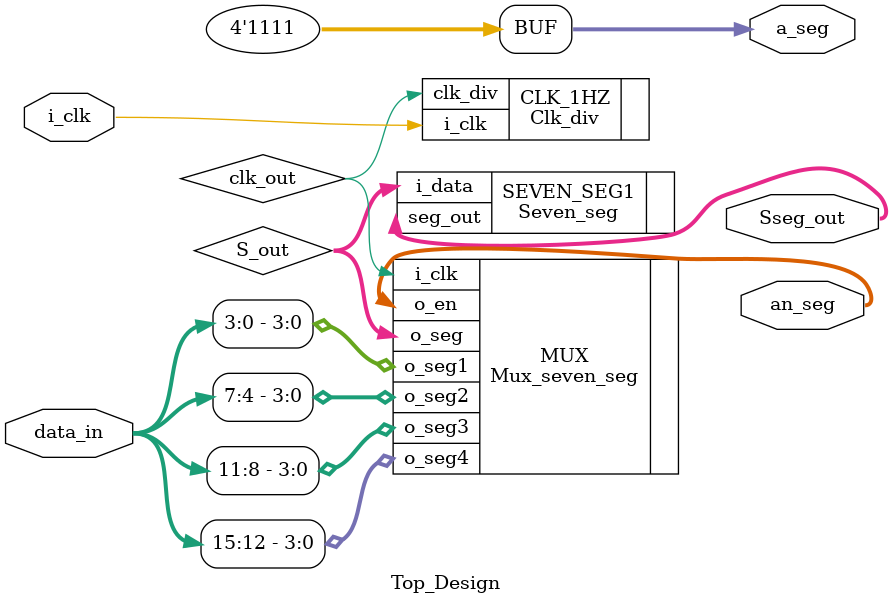
<source format=v>
`timescale 1ns / 1ps

`define WIDTH_DATA 16
`define WIDTH_SEG_EN 4
`define WIDTH_Seg 4
`define WIDTH_SEG_OUT 7
module Top_Design(
input i_clk  , 
//input i_rst_n ,
input [`WIDTH_DATA-1:0] data_in , 
output [`WIDTH_SEG_EN-1:0] an_seg , 
output [`WIDTH_SEG_EN-1:0] a_seg ,  
output [`WIDTH_SEG_OUT-1:0] Sseg_out
    );

assign a_seg = 4'b1111;  //this output is used to turn the rest 4 seven seg display off //
wire [`WIDTH_Seg-1:0] S_out ; 
wire clk_out ;
    
    
Seven_seg  SEVEN_SEG1(.i_data(S_out) , .seg_out(Sseg_out));
Clk_div CLK_1HZ(.i_clk(i_clk) , .clk_div(clk_out)); 
    
Mux_seven_seg MUX(.i_clk(clk_out) ,
     .o_seg1(data_in[3:0]) ,
     .o_seg2(data_in[7:4])  , 
     .o_seg3(data_in[11:8]) ,
     .o_seg4(data_in[15:12]) ,
     .o_en(an_seg) ,  
     .o_seg(S_out));

    
    
endmodule

</source>
